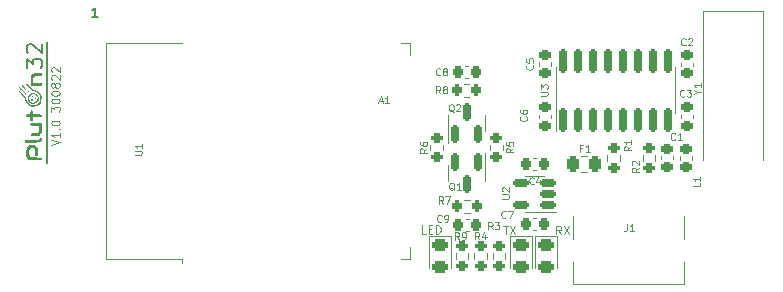
<source format=gto>
G04 #@! TF.GenerationSoftware,KiCad,Pcbnew,(6.0.4)*
G04 #@! TF.CreationDate,2022-08-30T22:22:21+03:00*
G04 #@! TF.ProjectId,Pluton32,506c7574-6f6e-4333-922e-6b696361645f,1.0*
G04 #@! TF.SameCoordinates,Original*
G04 #@! TF.FileFunction,Legend,Top*
G04 #@! TF.FilePolarity,Positive*
%FSLAX46Y46*%
G04 Gerber Fmt 4.6, Leading zero omitted, Abs format (unit mm)*
G04 Created by KiCad (PCBNEW (6.0.4)) date 2022-08-30 22:22:21*
%MOMM*%
%LPD*%
G01*
G04 APERTURE LIST*
G04 Aperture macros list*
%AMRoundRect*
0 Rectangle with rounded corners*
0 $1 Rounding radius*
0 $2 $3 $4 $5 $6 $7 $8 $9 X,Y pos of 4 corners*
0 Add a 4 corners polygon primitive as box body*
4,1,4,$2,$3,$4,$5,$6,$7,$8,$9,$2,$3,0*
0 Add four circle primitives for the rounded corners*
1,1,$1+$1,$2,$3*
1,1,$1+$1,$4,$5*
1,1,$1+$1,$6,$7*
1,1,$1+$1,$8,$9*
0 Add four rect primitives between the rounded corners*
20,1,$1+$1,$2,$3,$4,$5,0*
20,1,$1+$1,$4,$5,$6,$7,0*
20,1,$1+$1,$6,$7,$8,$9,0*
20,1,$1+$1,$8,$9,$2,$3,0*%
G04 Aperture macros list end*
%ADD10C,0.100000*%
%ADD11C,0.200000*%
%ADD12C,0.150000*%
%ADD13C,0.120000*%
%ADD14C,1.200000*%
%ADD15RoundRect,0.150000X0.150000X-0.825000X0.150000X0.825000X-0.150000X0.825000X-0.150000X-0.825000X0*%
%ADD16RoundRect,0.225000X0.250000X-0.225000X0.250000X0.225000X-0.250000X0.225000X-0.250000X-0.225000X0*%
%ADD17RoundRect,0.150000X0.512500X0.150000X-0.512500X0.150000X-0.512500X-0.150000X0.512500X-0.150000X0*%
%ADD18RoundRect,0.200000X0.200000X0.275000X-0.200000X0.275000X-0.200000X-0.275000X0.200000X-0.275000X0*%
%ADD19R,2.000000X4.500000*%
%ADD20RoundRect,0.150000X-0.150000X0.587500X-0.150000X-0.587500X0.150000X-0.587500X0.150000X0.587500X0*%
%ADD21RoundRect,0.225000X0.225000X0.250000X-0.225000X0.250000X-0.225000X-0.250000X0.225000X-0.250000X0*%
%ADD22RoundRect,0.200000X0.275000X-0.200000X0.275000X0.200000X-0.275000X0.200000X-0.275000X-0.200000X0*%
%ADD23C,0.650000*%
%ADD24R,0.600000X1.450000*%
%ADD25R,0.300000X1.450000*%
%ADD26O,1.000000X1.600000*%
%ADD27O,1.000000X2.100000*%
%ADD28R,0.900000X2.000000*%
%ADD29R,2.000000X0.900000*%
%ADD30R,5.000000X5.000000*%
%ADD31RoundRect,0.150000X0.150000X-0.587500X0.150000X0.587500X-0.150000X0.587500X-0.150000X-0.587500X0*%
%ADD32RoundRect,0.200000X-0.275000X0.200000X-0.275000X-0.200000X0.275000X-0.200000X0.275000X0.200000X0*%
%ADD33RoundRect,0.243750X0.243750X0.456250X-0.243750X0.456250X-0.243750X-0.456250X0.243750X-0.456250X0*%
%ADD34RoundRect,0.218750X0.256250X-0.218750X0.256250X0.218750X-0.256250X0.218750X-0.256250X-0.218750X0*%
%ADD35C,3.200000*%
%ADD36R,1.508000X1.508000*%
%ADD37C,1.508000*%
%ADD38RoundRect,0.225000X-0.250000X0.225000X-0.250000X-0.225000X0.250000X-0.225000X0.250000X0.225000X0*%
%ADD39RoundRect,0.225000X-0.225000X-0.250000X0.225000X-0.250000X0.225000X0.250000X-0.225000X0.250000X0*%
%ADD40RoundRect,0.243750X-0.456250X0.243750X-0.456250X-0.243750X0.456250X-0.243750X0.456250X0.243750X0*%
%ADD41RoundRect,0.200000X-0.200000X-0.275000X0.200000X-0.275000X0.200000X0.275000X-0.200000X0.275000X0*%
G04 APERTURE END LIST*
D10*
X119616666Y-100833333D02*
X120316666Y-100600000D01*
X119616666Y-100366666D01*
X120316666Y-99766666D02*
X120316666Y-100166666D01*
X120316666Y-99966666D02*
X119616666Y-99966666D01*
X119716666Y-100033333D01*
X119783333Y-100100000D01*
X119816666Y-100166666D01*
X120250000Y-99466666D02*
X120283333Y-99433333D01*
X120316666Y-99466666D01*
X120283333Y-99500000D01*
X120250000Y-99466666D01*
X120316666Y-99466666D01*
X119616666Y-99000000D02*
X119616666Y-98933333D01*
X119650000Y-98866666D01*
X119683333Y-98833333D01*
X119750000Y-98800000D01*
X119883333Y-98766666D01*
X120050000Y-98766666D01*
X120183333Y-98800000D01*
X120250000Y-98833333D01*
X120283333Y-98866666D01*
X120316666Y-98933333D01*
X120316666Y-99000000D01*
X120283333Y-99066666D01*
X120250000Y-99100000D01*
X120183333Y-99133333D01*
X120050000Y-99166666D01*
X119883333Y-99166666D01*
X119750000Y-99133333D01*
X119683333Y-99100000D01*
X119650000Y-99066666D01*
X119616666Y-99000000D01*
X119616666Y-98000000D02*
X119616666Y-97566666D01*
X119883333Y-97800000D01*
X119883333Y-97700000D01*
X119916666Y-97633333D01*
X119950000Y-97600000D01*
X120016666Y-97566666D01*
X120183333Y-97566666D01*
X120250000Y-97600000D01*
X120283333Y-97633333D01*
X120316666Y-97700000D01*
X120316666Y-97900000D01*
X120283333Y-97966666D01*
X120250000Y-98000000D01*
X119616666Y-97133333D02*
X119616666Y-97066666D01*
X119650000Y-97000000D01*
X119683333Y-96966666D01*
X119750000Y-96933333D01*
X119883333Y-96900000D01*
X120050000Y-96900000D01*
X120183333Y-96933333D01*
X120250000Y-96966666D01*
X120283333Y-97000000D01*
X120316666Y-97066666D01*
X120316666Y-97133333D01*
X120283333Y-97200000D01*
X120250000Y-97233333D01*
X120183333Y-97266666D01*
X120050000Y-97300000D01*
X119883333Y-97300000D01*
X119750000Y-97266666D01*
X119683333Y-97233333D01*
X119650000Y-97200000D01*
X119616666Y-97133333D01*
X119616666Y-96466666D02*
X119616666Y-96400000D01*
X119650000Y-96333333D01*
X119683333Y-96300000D01*
X119750000Y-96266666D01*
X119883333Y-96233333D01*
X120050000Y-96233333D01*
X120183333Y-96266666D01*
X120250000Y-96300000D01*
X120283333Y-96333333D01*
X120316666Y-96400000D01*
X120316666Y-96466666D01*
X120283333Y-96533333D01*
X120250000Y-96566666D01*
X120183333Y-96600000D01*
X120050000Y-96633333D01*
X119883333Y-96633333D01*
X119750000Y-96600000D01*
X119683333Y-96566666D01*
X119650000Y-96533333D01*
X119616666Y-96466666D01*
X119916666Y-95833333D02*
X119883333Y-95900000D01*
X119850000Y-95933333D01*
X119783333Y-95966666D01*
X119750000Y-95966666D01*
X119683333Y-95933333D01*
X119650000Y-95900000D01*
X119616666Y-95833333D01*
X119616666Y-95700000D01*
X119650000Y-95633333D01*
X119683333Y-95600000D01*
X119750000Y-95566666D01*
X119783333Y-95566666D01*
X119850000Y-95600000D01*
X119883333Y-95633333D01*
X119916666Y-95700000D01*
X119916666Y-95833333D01*
X119950000Y-95900000D01*
X119983333Y-95933333D01*
X120050000Y-95966666D01*
X120183333Y-95966666D01*
X120250000Y-95933333D01*
X120283333Y-95900000D01*
X120316666Y-95833333D01*
X120316666Y-95700000D01*
X120283333Y-95633333D01*
X120250000Y-95600000D01*
X120183333Y-95566666D01*
X120050000Y-95566666D01*
X119983333Y-95600000D01*
X119950000Y-95633333D01*
X119916666Y-95700000D01*
X119683333Y-95300000D02*
X119650000Y-95266666D01*
X119616666Y-95200000D01*
X119616666Y-95033333D01*
X119650000Y-94966666D01*
X119683333Y-94933333D01*
X119750000Y-94900000D01*
X119816666Y-94900000D01*
X119916666Y-94933333D01*
X120316666Y-95333333D01*
X120316666Y-94900000D01*
X119683333Y-94633333D02*
X119650000Y-94600000D01*
X119616666Y-94533333D01*
X119616666Y-94366666D01*
X119650000Y-94300000D01*
X119683333Y-94266666D01*
X119750000Y-94233333D01*
X119816666Y-94233333D01*
X119916666Y-94266666D01*
X120316666Y-94666666D01*
X120316666Y-94233333D01*
D11*
X117528095Y-94307380D02*
X117528095Y-93502619D01*
X118023333Y-93935952D01*
X118023333Y-93750238D01*
X118085238Y-93626428D01*
X118147142Y-93564523D01*
X118270952Y-93502619D01*
X118580476Y-93502619D01*
X118704285Y-93564523D01*
X118766190Y-93626428D01*
X118828095Y-93750238D01*
X118828095Y-94121666D01*
X118766190Y-94245476D01*
X118704285Y-94307380D01*
X117651904Y-93007380D02*
X117590000Y-92945476D01*
X117528095Y-92821666D01*
X117528095Y-92512142D01*
X117590000Y-92388333D01*
X117651904Y-92326428D01*
X117775714Y-92264523D01*
X117899523Y-92264523D01*
X118085238Y-92326428D01*
X118828095Y-93069285D01*
X118828095Y-92264523D01*
X119250000Y-102375000D02*
X119250000Y-92125000D01*
D10*
X162763333Y-108386666D02*
X162530000Y-108053333D01*
X162363333Y-108386666D02*
X162363333Y-107686666D01*
X162630000Y-107686666D01*
X162696666Y-107720000D01*
X162730000Y-107753333D01*
X162763333Y-107820000D01*
X162763333Y-107920000D01*
X162730000Y-107986666D01*
X162696666Y-108020000D01*
X162630000Y-108053333D01*
X162363333Y-108053333D01*
X162996666Y-107686666D02*
X163463333Y-108386666D01*
X163463333Y-107686666D02*
X162996666Y-108386666D01*
X151320000Y-108326666D02*
X150986666Y-108326666D01*
X150986666Y-107626666D01*
X151553333Y-107960000D02*
X151786666Y-107960000D01*
X151886666Y-108326666D02*
X151553333Y-108326666D01*
X151553333Y-107626666D01*
X151886666Y-107626666D01*
X152186666Y-108326666D02*
X152186666Y-107626666D01*
X152353333Y-107626666D01*
X152453333Y-107660000D01*
X152520000Y-107726666D01*
X152553333Y-107793333D01*
X152586666Y-107926666D01*
X152586666Y-108026666D01*
X152553333Y-108160000D01*
X152520000Y-108226666D01*
X152453333Y-108293333D01*
X152353333Y-108326666D01*
X152186666Y-108326666D01*
X157876666Y-107656666D02*
X158276666Y-107656666D01*
X158076666Y-108356666D02*
X158076666Y-107656666D01*
X158443333Y-107656666D02*
X158910000Y-108356666D01*
X158910000Y-107656666D02*
X158443333Y-108356666D01*
X161051428Y-96637142D02*
X161537142Y-96637142D01*
X161594285Y-96608571D01*
X161622857Y-96580000D01*
X161651428Y-96522857D01*
X161651428Y-96408571D01*
X161622857Y-96351428D01*
X161594285Y-96322857D01*
X161537142Y-96294285D01*
X161051428Y-96294285D01*
X161051428Y-96065714D02*
X161051428Y-95694285D01*
X161280000Y-95894285D01*
X161280000Y-95808571D01*
X161308571Y-95751428D01*
X161337142Y-95722857D01*
X161394285Y-95694285D01*
X161537142Y-95694285D01*
X161594285Y-95722857D01*
X161622857Y-95751428D01*
X161651428Y-95808571D01*
X161651428Y-95980000D01*
X161622857Y-96037142D01*
X161594285Y-96065714D01*
X173310000Y-92334285D02*
X173281428Y-92362857D01*
X173195714Y-92391428D01*
X173138571Y-92391428D01*
X173052857Y-92362857D01*
X172995714Y-92305714D01*
X172967142Y-92248571D01*
X172938571Y-92134285D01*
X172938571Y-92048571D01*
X172967142Y-91934285D01*
X172995714Y-91877142D01*
X173052857Y-91820000D01*
X173138571Y-91791428D01*
X173195714Y-91791428D01*
X173281428Y-91820000D01*
X173310000Y-91848571D01*
X173538571Y-91848571D02*
X173567142Y-91820000D01*
X173624285Y-91791428D01*
X173767142Y-91791428D01*
X173824285Y-91820000D01*
X173852857Y-91848571D01*
X173881428Y-91905714D01*
X173881428Y-91962857D01*
X173852857Y-92048571D01*
X173510000Y-92391428D01*
X173881428Y-92391428D01*
X157781428Y-105357142D02*
X158267142Y-105357142D01*
X158324285Y-105328571D01*
X158352857Y-105300000D01*
X158381428Y-105242857D01*
X158381428Y-105128571D01*
X158352857Y-105071428D01*
X158324285Y-105042857D01*
X158267142Y-105014285D01*
X157781428Y-105014285D01*
X157838571Y-104757142D02*
X157810000Y-104728571D01*
X157781428Y-104671428D01*
X157781428Y-104528571D01*
X157810000Y-104471428D01*
X157838571Y-104442857D01*
X157895714Y-104414285D01*
X157952857Y-104414285D01*
X158038571Y-104442857D01*
X158381428Y-104785714D01*
X158381428Y-104414285D01*
X152560000Y-96451428D02*
X152360000Y-96165714D01*
X152217142Y-96451428D02*
X152217142Y-95851428D01*
X152445714Y-95851428D01*
X152502857Y-95880000D01*
X152531428Y-95908571D01*
X152560000Y-95965714D01*
X152560000Y-96051428D01*
X152531428Y-96108571D01*
X152502857Y-96137142D01*
X152445714Y-96165714D01*
X152217142Y-96165714D01*
X152902857Y-96108571D02*
X152845714Y-96080000D01*
X152817142Y-96051428D01*
X152788571Y-95994285D01*
X152788571Y-95965714D01*
X152817142Y-95908571D01*
X152845714Y-95880000D01*
X152902857Y-95851428D01*
X153017142Y-95851428D01*
X153074285Y-95880000D01*
X153102857Y-95908571D01*
X153131428Y-95965714D01*
X153131428Y-95994285D01*
X153102857Y-96051428D01*
X153074285Y-96080000D01*
X153017142Y-96108571D01*
X152902857Y-96108571D01*
X152845714Y-96137142D01*
X152817142Y-96165714D01*
X152788571Y-96222857D01*
X152788571Y-96337142D01*
X152817142Y-96394285D01*
X152845714Y-96422857D01*
X152902857Y-96451428D01*
X153017142Y-96451428D01*
X153074285Y-96422857D01*
X153102857Y-96394285D01*
X153131428Y-96337142D01*
X153131428Y-96222857D01*
X153102857Y-96165714D01*
X153074285Y-96137142D01*
X153017142Y-96108571D01*
X172410000Y-100354285D02*
X172381428Y-100382857D01*
X172295714Y-100411428D01*
X172238571Y-100411428D01*
X172152857Y-100382857D01*
X172095714Y-100325714D01*
X172067142Y-100268571D01*
X172038571Y-100154285D01*
X172038571Y-100068571D01*
X172067142Y-99954285D01*
X172095714Y-99897142D01*
X172152857Y-99840000D01*
X172238571Y-99811428D01*
X172295714Y-99811428D01*
X172381428Y-99840000D01*
X172410000Y-99868571D01*
X172981428Y-100411428D02*
X172638571Y-100411428D01*
X172810000Y-100411428D02*
X172810000Y-99811428D01*
X172752857Y-99897142D01*
X172695714Y-99954285D01*
X172638571Y-99982857D01*
X174315714Y-96325714D02*
X174601428Y-96325714D01*
X174001428Y-96525714D02*
X174315714Y-96325714D01*
X174001428Y-96125714D01*
X174601428Y-95611428D02*
X174601428Y-95954285D01*
X174601428Y-95782857D02*
X174001428Y-95782857D01*
X174087142Y-95840000D01*
X174144285Y-95897142D01*
X174172857Y-95954285D01*
X153742857Y-104668571D02*
X153685714Y-104640000D01*
X153628571Y-104582857D01*
X153542857Y-104497142D01*
X153485714Y-104468571D01*
X153428571Y-104468571D01*
X153457142Y-104611428D02*
X153400000Y-104582857D01*
X153342857Y-104525714D01*
X153314285Y-104411428D01*
X153314285Y-104211428D01*
X153342857Y-104097142D01*
X153400000Y-104040000D01*
X153457142Y-104011428D01*
X153571428Y-104011428D01*
X153628571Y-104040000D01*
X153685714Y-104097142D01*
X153714285Y-104211428D01*
X153714285Y-104411428D01*
X153685714Y-104525714D01*
X153628571Y-104582857D01*
X153571428Y-104611428D01*
X153457142Y-104611428D01*
X154285714Y-104611428D02*
X153942857Y-104611428D01*
X154114285Y-104611428D02*
X154114285Y-104011428D01*
X154057142Y-104097142D01*
X154000000Y-104154285D01*
X153942857Y-104182857D01*
X160450000Y-104094285D02*
X160421428Y-104122857D01*
X160335714Y-104151428D01*
X160278571Y-104151428D01*
X160192857Y-104122857D01*
X160135714Y-104065714D01*
X160107142Y-104008571D01*
X160078571Y-103894285D01*
X160078571Y-103808571D01*
X160107142Y-103694285D01*
X160135714Y-103637142D01*
X160192857Y-103580000D01*
X160278571Y-103551428D01*
X160335714Y-103551428D01*
X160421428Y-103580000D01*
X160450000Y-103608571D01*
X160964285Y-103751428D02*
X160964285Y-104151428D01*
X160821428Y-103522857D02*
X160678571Y-103951428D01*
X161050000Y-103951428D01*
X151431428Y-101120000D02*
X151145714Y-101320000D01*
X151431428Y-101462857D02*
X150831428Y-101462857D01*
X150831428Y-101234285D01*
X150860000Y-101177142D01*
X150888571Y-101148571D01*
X150945714Y-101120000D01*
X151031428Y-101120000D01*
X151088571Y-101148571D01*
X151117142Y-101177142D01*
X151145714Y-101234285D01*
X151145714Y-101462857D01*
X150831428Y-100605714D02*
X150831428Y-100720000D01*
X150860000Y-100777142D01*
X150888571Y-100805714D01*
X150974285Y-100862857D01*
X151088571Y-100891428D01*
X151317142Y-100891428D01*
X151374285Y-100862857D01*
X151402857Y-100834285D01*
X151431428Y-100777142D01*
X151431428Y-100662857D01*
X151402857Y-100605714D01*
X151374285Y-100577142D01*
X151317142Y-100548571D01*
X151174285Y-100548571D01*
X151117142Y-100577142D01*
X151088571Y-100605714D01*
X151060000Y-100662857D01*
X151060000Y-100777142D01*
X151088571Y-100834285D01*
X151117142Y-100862857D01*
X151174285Y-100891428D01*
X168360000Y-107511428D02*
X168360000Y-107940000D01*
X168331428Y-108025714D01*
X168274285Y-108082857D01*
X168188571Y-108111428D01*
X168131428Y-108111428D01*
X168960000Y-108111428D02*
X168617142Y-108111428D01*
X168788571Y-108111428D02*
X168788571Y-107511428D01*
X168731428Y-107597142D01*
X168674285Y-107654285D01*
X168617142Y-107682857D01*
X126671428Y-101657142D02*
X127157142Y-101657142D01*
X127214285Y-101628571D01*
X127242857Y-101600000D01*
X127271428Y-101542857D01*
X127271428Y-101428571D01*
X127242857Y-101371428D01*
X127214285Y-101342857D01*
X127157142Y-101314285D01*
X126671428Y-101314285D01*
X127271428Y-100714285D02*
X127271428Y-101057142D01*
X127271428Y-100885714D02*
X126671428Y-100885714D01*
X126757142Y-100942857D01*
X126814285Y-101000000D01*
X126842857Y-101057142D01*
X153702857Y-98028571D02*
X153645714Y-98000000D01*
X153588571Y-97942857D01*
X153502857Y-97857142D01*
X153445714Y-97828571D01*
X153388571Y-97828571D01*
X153417142Y-97971428D02*
X153360000Y-97942857D01*
X153302857Y-97885714D01*
X153274285Y-97771428D01*
X153274285Y-97571428D01*
X153302857Y-97457142D01*
X153360000Y-97400000D01*
X153417142Y-97371428D01*
X153531428Y-97371428D01*
X153588571Y-97400000D01*
X153645714Y-97457142D01*
X153674285Y-97571428D01*
X153674285Y-97771428D01*
X153645714Y-97885714D01*
X153588571Y-97942857D01*
X153531428Y-97971428D01*
X153417142Y-97971428D01*
X153902857Y-97428571D02*
X153931428Y-97400000D01*
X153988571Y-97371428D01*
X154131428Y-97371428D01*
X154188571Y-97400000D01*
X154217142Y-97428571D01*
X154245714Y-97485714D01*
X154245714Y-97542857D01*
X154217142Y-97628571D01*
X153874285Y-97971428D01*
X154245714Y-97971428D01*
X156970000Y-107971428D02*
X156770000Y-107685714D01*
X156627142Y-107971428D02*
X156627142Y-107371428D01*
X156855714Y-107371428D01*
X156912857Y-107400000D01*
X156941428Y-107428571D01*
X156970000Y-107485714D01*
X156970000Y-107571428D01*
X156941428Y-107628571D01*
X156912857Y-107657142D01*
X156855714Y-107685714D01*
X156627142Y-107685714D01*
X157170000Y-107371428D02*
X157541428Y-107371428D01*
X157341428Y-107600000D01*
X157427142Y-107600000D01*
X157484285Y-107628571D01*
X157512857Y-107657142D01*
X157541428Y-107714285D01*
X157541428Y-107857142D01*
X157512857Y-107914285D01*
X157484285Y-107942857D01*
X157427142Y-107971428D01*
X157255714Y-107971428D01*
X157198571Y-107942857D01*
X157170000Y-107914285D01*
X158721428Y-101110000D02*
X158435714Y-101310000D01*
X158721428Y-101452857D02*
X158121428Y-101452857D01*
X158121428Y-101224285D01*
X158150000Y-101167142D01*
X158178571Y-101138571D01*
X158235714Y-101110000D01*
X158321428Y-101110000D01*
X158378571Y-101138571D01*
X158407142Y-101167142D01*
X158435714Y-101224285D01*
X158435714Y-101452857D01*
X158121428Y-100567142D02*
X158121428Y-100852857D01*
X158407142Y-100881428D01*
X158378571Y-100852857D01*
X158350000Y-100795714D01*
X158350000Y-100652857D01*
X158378571Y-100595714D01*
X158407142Y-100567142D01*
X158464285Y-100538571D01*
X158607142Y-100538571D01*
X158664285Y-100567142D01*
X158692857Y-100595714D01*
X158721428Y-100652857D01*
X158721428Y-100795714D01*
X158692857Y-100852857D01*
X158664285Y-100881428D01*
X164570000Y-101087142D02*
X164370000Y-101087142D01*
X164370000Y-101401428D02*
X164370000Y-100801428D01*
X164655714Y-100801428D01*
X165198571Y-101401428D02*
X164855714Y-101401428D01*
X165027142Y-101401428D02*
X165027142Y-100801428D01*
X164970000Y-100887142D01*
X164912857Y-100944285D01*
X164855714Y-100972857D01*
X174561428Y-104030000D02*
X174561428Y-104315714D01*
X173961428Y-104315714D01*
X174561428Y-103515714D02*
X174561428Y-103858571D01*
X174561428Y-103687142D02*
X173961428Y-103687142D01*
X174047142Y-103744285D01*
X174104285Y-103801428D01*
X174132857Y-103858571D01*
X147371428Y-97100000D02*
X147657142Y-97100000D01*
X147314285Y-97271428D02*
X147514285Y-96671428D01*
X147714285Y-97271428D01*
X148228571Y-97271428D02*
X147885714Y-97271428D01*
X148057142Y-97271428D02*
X148057142Y-96671428D01*
X148000000Y-96757142D01*
X147942857Y-96814285D01*
X147885714Y-96842857D01*
D12*
X123556107Y-89994028D02*
X123098492Y-89994028D01*
X123327300Y-89994028D02*
X123327300Y-89193201D01*
X123251030Y-89307605D01*
X123174761Y-89383874D01*
X123098492Y-89422009D01*
D10*
X173200000Y-96684285D02*
X173171428Y-96712857D01*
X173085714Y-96741428D01*
X173028571Y-96741428D01*
X172942857Y-96712857D01*
X172885714Y-96655714D01*
X172857142Y-96598571D01*
X172828571Y-96484285D01*
X172828571Y-96398571D01*
X172857142Y-96284285D01*
X172885714Y-96227142D01*
X172942857Y-96170000D01*
X173028571Y-96141428D01*
X173085714Y-96141428D01*
X173171428Y-96170000D01*
X173200000Y-96198571D01*
X173400000Y-96141428D02*
X173771428Y-96141428D01*
X173571428Y-96370000D01*
X173657142Y-96370000D01*
X173714285Y-96398571D01*
X173742857Y-96427142D01*
X173771428Y-96484285D01*
X173771428Y-96627142D01*
X173742857Y-96684285D01*
X173714285Y-96712857D01*
X173657142Y-96741428D01*
X173485714Y-96741428D01*
X173428571Y-96712857D01*
X173400000Y-96684285D01*
X155860000Y-108821428D02*
X155660000Y-108535714D01*
X155517142Y-108821428D02*
X155517142Y-108221428D01*
X155745714Y-108221428D01*
X155802857Y-108250000D01*
X155831428Y-108278571D01*
X155860000Y-108335714D01*
X155860000Y-108421428D01*
X155831428Y-108478571D01*
X155802857Y-108507142D01*
X155745714Y-108535714D01*
X155517142Y-108535714D01*
X156374285Y-108421428D02*
X156374285Y-108821428D01*
X156231428Y-108192857D02*
X156088571Y-108621428D01*
X156460000Y-108621428D01*
X158080000Y-106934285D02*
X158051428Y-106962857D01*
X157965714Y-106991428D01*
X157908571Y-106991428D01*
X157822857Y-106962857D01*
X157765714Y-106905714D01*
X157737142Y-106848571D01*
X157708571Y-106734285D01*
X157708571Y-106648571D01*
X157737142Y-106534285D01*
X157765714Y-106477142D01*
X157822857Y-106420000D01*
X157908571Y-106391428D01*
X157965714Y-106391428D01*
X158051428Y-106420000D01*
X158080000Y-106448571D01*
X158280000Y-106391428D02*
X158680000Y-106391428D01*
X158422857Y-106991428D01*
X169361428Y-102750000D02*
X169075714Y-102950000D01*
X169361428Y-103092857D02*
X168761428Y-103092857D01*
X168761428Y-102864285D01*
X168790000Y-102807142D01*
X168818571Y-102778571D01*
X168875714Y-102750000D01*
X168961428Y-102750000D01*
X169018571Y-102778571D01*
X169047142Y-102807142D01*
X169075714Y-102864285D01*
X169075714Y-103092857D01*
X168818571Y-102521428D02*
X168790000Y-102492857D01*
X168761428Y-102435714D01*
X168761428Y-102292857D01*
X168790000Y-102235714D01*
X168818571Y-102207142D01*
X168875714Y-102178571D01*
X168932857Y-102178571D01*
X169018571Y-102207142D01*
X169361428Y-102550000D01*
X169361428Y-102178571D01*
X152550000Y-94864285D02*
X152521428Y-94892857D01*
X152435714Y-94921428D01*
X152378571Y-94921428D01*
X152292857Y-94892857D01*
X152235714Y-94835714D01*
X152207142Y-94778571D01*
X152178571Y-94664285D01*
X152178571Y-94578571D01*
X152207142Y-94464285D01*
X152235714Y-94407142D01*
X152292857Y-94350000D01*
X152378571Y-94321428D01*
X152435714Y-94321428D01*
X152521428Y-94350000D01*
X152550000Y-94378571D01*
X152892857Y-94578571D02*
X152835714Y-94550000D01*
X152807142Y-94521428D01*
X152778571Y-94464285D01*
X152778571Y-94435714D01*
X152807142Y-94378571D01*
X152835714Y-94350000D01*
X152892857Y-94321428D01*
X153007142Y-94321428D01*
X153064285Y-94350000D01*
X153092857Y-94378571D01*
X153121428Y-94435714D01*
X153121428Y-94464285D01*
X153092857Y-94521428D01*
X153064285Y-94550000D01*
X153007142Y-94578571D01*
X152892857Y-94578571D01*
X152835714Y-94607142D01*
X152807142Y-94635714D01*
X152778571Y-94692857D01*
X152778571Y-94807142D01*
X152807142Y-94864285D01*
X152835714Y-94892857D01*
X152892857Y-94921428D01*
X153007142Y-94921428D01*
X153064285Y-94892857D01*
X153092857Y-94864285D01*
X153121428Y-94807142D01*
X153121428Y-94692857D01*
X153092857Y-94635714D01*
X153064285Y-94607142D01*
X153007142Y-94578571D01*
X152650000Y-107294285D02*
X152621428Y-107322857D01*
X152535714Y-107351428D01*
X152478571Y-107351428D01*
X152392857Y-107322857D01*
X152335714Y-107265714D01*
X152307142Y-107208571D01*
X152278571Y-107094285D01*
X152278571Y-107008571D01*
X152307142Y-106894285D01*
X152335714Y-106837142D01*
X152392857Y-106780000D01*
X152478571Y-106751428D01*
X152535714Y-106751428D01*
X152621428Y-106780000D01*
X152650000Y-106808571D01*
X152935714Y-107351428D02*
X153050000Y-107351428D01*
X153107142Y-107322857D01*
X153135714Y-107294285D01*
X153192857Y-107208571D01*
X153221428Y-107094285D01*
X153221428Y-106865714D01*
X153192857Y-106808571D01*
X153164285Y-106780000D01*
X153107142Y-106751428D01*
X152992857Y-106751428D01*
X152935714Y-106780000D01*
X152907142Y-106808571D01*
X152878571Y-106865714D01*
X152878571Y-107008571D01*
X152907142Y-107065714D01*
X152935714Y-107094285D01*
X152992857Y-107122857D01*
X153107142Y-107122857D01*
X153164285Y-107094285D01*
X153192857Y-107065714D01*
X153221428Y-107008571D01*
X159844285Y-98410000D02*
X159872857Y-98438571D01*
X159901428Y-98524285D01*
X159901428Y-98581428D01*
X159872857Y-98667142D01*
X159815714Y-98724285D01*
X159758571Y-98752857D01*
X159644285Y-98781428D01*
X159558571Y-98781428D01*
X159444285Y-98752857D01*
X159387142Y-98724285D01*
X159330000Y-98667142D01*
X159301428Y-98581428D01*
X159301428Y-98524285D01*
X159330000Y-98438571D01*
X159358571Y-98410000D01*
X159301428Y-97895714D02*
X159301428Y-98010000D01*
X159330000Y-98067142D01*
X159358571Y-98095714D01*
X159444285Y-98152857D01*
X159558571Y-98181428D01*
X159787142Y-98181428D01*
X159844285Y-98152857D01*
X159872857Y-98124285D01*
X159901428Y-98067142D01*
X159901428Y-97952857D01*
X159872857Y-97895714D01*
X159844285Y-97867142D01*
X159787142Y-97838571D01*
X159644285Y-97838571D01*
X159587142Y-97867142D01*
X159558571Y-97895714D01*
X159530000Y-97952857D01*
X159530000Y-98067142D01*
X159558571Y-98124285D01*
X159587142Y-98152857D01*
X159644285Y-98181428D01*
X168691428Y-100940000D02*
X168405714Y-101140000D01*
X168691428Y-101282857D02*
X168091428Y-101282857D01*
X168091428Y-101054285D01*
X168120000Y-100997142D01*
X168148571Y-100968571D01*
X168205714Y-100940000D01*
X168291428Y-100940000D01*
X168348571Y-100968571D01*
X168377142Y-100997142D01*
X168405714Y-101054285D01*
X168405714Y-101282857D01*
X168691428Y-100368571D02*
X168691428Y-100711428D01*
X168691428Y-100540000D02*
X168091428Y-100540000D01*
X168177142Y-100597142D01*
X168234285Y-100654285D01*
X168262857Y-100711428D01*
X152770000Y-105781428D02*
X152570000Y-105495714D01*
X152427142Y-105781428D02*
X152427142Y-105181428D01*
X152655714Y-105181428D01*
X152712857Y-105210000D01*
X152741428Y-105238571D01*
X152770000Y-105295714D01*
X152770000Y-105381428D01*
X152741428Y-105438571D01*
X152712857Y-105467142D01*
X152655714Y-105495714D01*
X152427142Y-105495714D01*
X152970000Y-105181428D02*
X153370000Y-105181428D01*
X153112857Y-105781428D01*
X154140000Y-108831428D02*
X153940000Y-108545714D01*
X153797142Y-108831428D02*
X153797142Y-108231428D01*
X154025714Y-108231428D01*
X154082857Y-108260000D01*
X154111428Y-108288571D01*
X154140000Y-108345714D01*
X154140000Y-108431428D01*
X154111428Y-108488571D01*
X154082857Y-108517142D01*
X154025714Y-108545714D01*
X153797142Y-108545714D01*
X154425714Y-108831428D02*
X154540000Y-108831428D01*
X154597142Y-108802857D01*
X154625714Y-108774285D01*
X154682857Y-108688571D01*
X154711428Y-108574285D01*
X154711428Y-108345714D01*
X154682857Y-108288571D01*
X154654285Y-108260000D01*
X154597142Y-108231428D01*
X154482857Y-108231428D01*
X154425714Y-108260000D01*
X154397142Y-108288571D01*
X154368571Y-108345714D01*
X154368571Y-108488571D01*
X154397142Y-108545714D01*
X154425714Y-108574285D01*
X154482857Y-108602857D01*
X154597142Y-108602857D01*
X154654285Y-108574285D01*
X154682857Y-108545714D01*
X154711428Y-108488571D01*
X160354285Y-94070000D02*
X160382857Y-94098571D01*
X160411428Y-94184285D01*
X160411428Y-94241428D01*
X160382857Y-94327142D01*
X160325714Y-94384285D01*
X160268571Y-94412857D01*
X160154285Y-94441428D01*
X160068571Y-94441428D01*
X159954285Y-94412857D01*
X159897142Y-94384285D01*
X159840000Y-94327142D01*
X159811428Y-94241428D01*
X159811428Y-94184285D01*
X159840000Y-94098571D01*
X159868571Y-94070000D01*
X159811428Y-93527142D02*
X159811428Y-93812857D01*
X160097142Y-93841428D01*
X160068571Y-93812857D01*
X160040000Y-93755714D01*
X160040000Y-93612857D01*
X160068571Y-93555714D01*
X160097142Y-93527142D01*
X160154285Y-93498571D01*
X160297142Y-93498571D01*
X160354285Y-93527142D01*
X160382857Y-93555714D01*
X160411428Y-93612857D01*
X160411428Y-93755714D01*
X160382857Y-93812857D01*
X160354285Y-93841428D01*
G36*
X118534661Y-98943598D02*
G01*
X118706144Y-98964169D01*
X118791437Y-98996477D01*
X118791459Y-98996499D01*
X118821848Y-99076788D01*
X118840196Y-99223398D01*
X118845374Y-99403052D01*
X118836257Y-99582471D01*
X118815716Y-99712909D01*
X118764298Y-99822978D01*
X118687548Y-99925828D01*
X118618539Y-99985780D01*
X118531070Y-100020033D01*
X118396867Y-100035354D01*
X118216612Y-100038550D01*
X118027197Y-100036074D01*
X117916945Y-100024827D01*
X117864868Y-99999077D01*
X117849978Y-99953095D01*
X117849605Y-99938353D01*
X117860703Y-99882127D01*
X117909350Y-99851893D01*
X118018575Y-99839882D01*
X118146619Y-99838156D01*
X118364358Y-99824135D01*
X118501345Y-99772137D01*
X118574330Y-99667257D01*
X118600064Y-99494589D01*
X118601085Y-99433788D01*
X118601085Y-99186874D01*
X118225345Y-99186874D01*
X118034228Y-99185313D01*
X117922200Y-99175940D01*
X117868155Y-99151720D01*
X117850987Y-99105618D01*
X117849605Y-99061627D01*
X117853319Y-99001805D01*
X117877459Y-98964909D01*
X117941522Y-98945400D01*
X118065009Y-98937737D01*
X118267416Y-98936383D01*
X118290473Y-98936381D01*
X118534661Y-98943598D01*
G37*
G36*
X118050000Y-96656894D02*
G01*
X118097793Y-96701913D01*
X118100098Y-96709949D01*
X118061338Y-96731467D01*
X118050000Y-96732042D01*
X118001826Y-96693528D01*
X117999901Y-96678986D01*
X118030594Y-96649066D01*
X118050000Y-96656894D01*
G37*
G36*
X118056516Y-96916017D02*
G01*
X118099982Y-96978628D01*
X118100098Y-96982535D01*
X118059890Y-97044396D01*
X118021583Y-97065907D01*
X117928976Y-97068022D01*
X117868901Y-97018199D01*
X117870297Y-96946414D01*
X117886317Y-96925784D01*
X117968706Y-96893999D01*
X118056516Y-96916017D01*
G37*
G36*
X117581240Y-95662125D02*
G01*
X117682583Y-95747733D01*
X117816440Y-95869963D01*
X117853881Y-95905414D01*
X118037832Y-96067013D01*
X118177499Y-96155844D01*
X118279482Y-96180957D01*
X118412427Y-96219591D01*
X118566880Y-96340904D01*
X118608842Y-96383461D01*
X118722764Y-96513990D01*
X118780132Y-96623588D01*
X118799690Y-96757427D01*
X118801149Y-96846873D01*
X118768195Y-97111153D01*
X118703443Y-97255502D01*
X118531653Y-97434570D01*
X118313282Y-97543269D01*
X118074275Y-97575309D01*
X117840577Y-97524404D01*
X117761475Y-97483791D01*
X117611134Y-97358964D01*
X117486226Y-97196848D01*
X117410711Y-97032349D01*
X117398905Y-96955602D01*
X117364683Y-96870708D01*
X117275103Y-96745892D01*
X117149484Y-96608037D01*
X117148225Y-96606795D01*
X117023047Y-96473333D01*
X116933236Y-96358185D01*
X116897759Y-96285743D01*
X116897732Y-96284605D01*
X116929667Y-96281618D01*
X117015913Y-96341024D01*
X117142131Y-96452234D01*
X117198323Y-96506598D01*
X117342782Y-96661335D01*
X117447765Y-96796976D01*
X117497253Y-96892256D01*
X117499102Y-96905818D01*
X117541091Y-97066823D01*
X117648989Y-97232239D01*
X117796509Y-97367248D01*
X117883850Y-97415444D01*
X118116306Y-97468893D01*
X118327769Y-97424843D01*
X118521329Y-97282522D01*
X118552753Y-97248410D01*
X118649025Y-97126795D01*
X118691166Y-97022111D01*
X118694291Y-96885970D01*
X118688263Y-96814575D01*
X118657150Y-96635977D01*
X118591846Y-96510280D01*
X118506534Y-96421901D01*
X118333734Y-96310998D01*
X118196506Y-96281154D01*
X118086231Y-96259636D01*
X117960634Y-96186439D01*
X117798334Y-96048596D01*
X117771459Y-96023394D01*
X117617844Y-95865340D01*
X117522910Y-95740171D01*
X117492958Y-95658240D01*
X117531959Y-95629872D01*
X117581240Y-95662125D01*
G37*
G36*
X117065551Y-95660168D02*
G01*
X117163327Y-95730716D01*
X117274522Y-95831297D01*
X117420694Y-95983687D01*
X117490351Y-96080153D01*
X117486553Y-96125659D01*
X117459247Y-96130858D01*
X117399742Y-96097866D01*
X117305633Y-96014534D01*
X117198466Y-95904331D01*
X117099788Y-95790727D01*
X117031145Y-95697190D01*
X117014083Y-95647189D01*
X117014628Y-95646571D01*
X117065551Y-95660168D01*
G37*
G36*
X118820893Y-100208591D02*
G01*
X118843730Y-100278306D01*
X118805130Y-100413717D01*
X118799648Y-100427543D01*
X118744703Y-100512829D01*
X118649712Y-100573061D01*
X118500099Y-100611865D01*
X118281288Y-100632867D01*
X117978704Y-100639691D01*
X117946541Y-100639734D01*
X117398718Y-100639734D01*
X117398718Y-100389241D01*
X117979542Y-100389241D01*
X118229313Y-100388018D01*
X118396571Y-100382407D01*
X118498987Y-100369489D01*
X118554236Y-100346348D01*
X118579990Y-100310066D01*
X118586569Y-100289043D01*
X118653587Y-100204872D01*
X118732174Y-100188846D01*
X118820893Y-100208591D01*
G37*
G36*
X117217413Y-96208815D02*
G01*
X117312413Y-96276070D01*
X117374419Y-96331980D01*
X117502312Y-96469169D01*
X117547914Y-96552745D01*
X117510697Y-96581729D01*
X117508743Y-96581746D01*
X117447332Y-96548880D01*
X117357988Y-96468126D01*
X117264669Y-96366246D01*
X117191331Y-96270005D01*
X117161932Y-96206167D01*
X117164924Y-96197656D01*
X117217413Y-96208815D01*
G37*
G36*
X118325946Y-96843486D02*
G01*
X118334358Y-96903518D01*
X118279619Y-96932436D01*
X118210605Y-96892099D01*
X118200296Y-96853113D01*
X118229425Y-96794684D01*
X118259788Y-96793621D01*
X118325946Y-96843486D01*
G37*
G36*
X117798749Y-97242058D02*
G01*
X117674922Y-97109856D01*
X117623301Y-96978615D01*
X117621376Y-96848531D01*
X117711982Y-96848531D01*
X117721380Y-96921172D01*
X117799954Y-97088525D01*
X117925351Y-97190683D01*
X118074467Y-97229554D01*
X118224198Y-97207047D01*
X118351441Y-97125070D01*
X118433092Y-96985530D01*
X118450789Y-96860924D01*
X118419168Y-96700631D01*
X118318786Y-96585382D01*
X118165837Y-96498176D01*
X118026871Y-96500654D01*
X117880777Y-96594920D01*
X117840637Y-96633105D01*
X117742252Y-96749502D01*
X117711982Y-96848531D01*
X117621376Y-96848531D01*
X117620238Y-96771593D01*
X117694257Y-96598032D01*
X117825428Y-96470201D01*
X117993823Y-96400369D01*
X118179513Y-96400804D01*
X118362571Y-96483775D01*
X118390901Y-96506048D01*
X118522474Y-96658475D01*
X118566700Y-96833104D01*
X118540794Y-97017867D01*
X118454491Y-97184091D01*
X118313586Y-97288614D01*
X118141629Y-97332445D01*
X118074467Y-97326512D01*
X117962167Y-97316591D01*
X117798749Y-97242058D01*
G37*
G36*
X116970203Y-95949211D02*
G01*
X117044036Y-95999638D01*
X117094013Y-96066559D01*
X117098126Y-96086894D01*
X117060730Y-96130365D01*
X117054162Y-96130858D01*
X116988806Y-96098018D01*
X116929387Y-96027443D01*
X116907788Y-95961048D01*
X116914431Y-95947163D01*
X116970203Y-95949211D01*
G37*
G36*
X117697384Y-96269569D02*
G01*
X117699310Y-96284111D01*
X117668617Y-96314031D01*
X117649211Y-96306203D01*
X117601418Y-96261184D01*
X117599112Y-96253148D01*
X117637873Y-96231630D01*
X117649211Y-96231055D01*
X117697384Y-96269569D01*
G37*
G36*
X118222342Y-100824341D02*
G01*
X118325313Y-100907640D01*
X118348199Y-100930226D01*
X118429043Y-101019365D01*
X118474896Y-101105269D01*
X118495555Y-101220487D01*
X118500819Y-101397567D01*
X118500887Y-101437458D01*
X118499093Y-101621907D01*
X118488596Y-101727880D01*
X118461723Y-101777095D01*
X118410805Y-101791269D01*
X118375641Y-101792002D01*
X118309816Y-101786734D01*
X118272350Y-101756264D01*
X118255265Y-101678594D01*
X118250582Y-101531725D01*
X118250394Y-101446672D01*
X118244094Y-101245191D01*
X118216302Y-101123772D01*
X118153685Y-101062615D01*
X118042907Y-101041916D01*
X117976889Y-101040523D01*
X117863795Y-101062910D01*
X117794020Y-101139502D01*
X117761210Y-101284445D01*
X117759014Y-101511883D01*
X117759541Y-101524475D01*
X117774457Y-101867150D01*
X118313018Y-101881370D01*
X118551313Y-101889023D01*
X118706853Y-101899341D01*
X118797075Y-101915973D01*
X118839417Y-101942569D01*
X118851314Y-101982779D01*
X118851578Y-101994091D01*
X118845305Y-102035724D01*
X118815424Y-102063634D01*
X118745337Y-102080546D01*
X118618448Y-102089183D01*
X118418160Y-102092271D01*
X118251549Y-102092594D01*
X117997471Y-102091716D01*
X117824511Y-102086759D01*
X117713592Y-102074234D01*
X117645636Y-102050657D01*
X117601567Y-102012538D01*
X117569884Y-101968000D01*
X117526203Y-101872101D01*
X117504878Y-101737953D01*
X117502818Y-101539989D01*
X117506428Y-101443033D01*
X117530781Y-101182393D01*
X117583867Y-101003989D01*
X117677588Y-100891283D01*
X117823847Y-100827738D01*
X117966848Y-100803312D01*
X118119125Y-100794980D01*
X118222342Y-100824341D01*
G37*
G36*
X118015355Y-97851016D02*
G01*
X118044327Y-97918938D01*
X118050000Y-98034606D01*
X118050000Y-98235000D01*
X118450789Y-98235000D01*
X118649564Y-98236335D01*
X118768586Y-98244598D01*
X118828299Y-98266178D01*
X118849146Y-98307463D01*
X118851578Y-98360247D01*
X118847307Y-98422364D01*
X118820865Y-98459558D01*
X118751809Y-98478219D01*
X118619697Y-98484733D01*
X118450789Y-98485493D01*
X118050000Y-98485493D01*
X118050000Y-98635789D01*
X118034254Y-98745801D01*
X117975667Y-98784534D01*
X117949803Y-98786085D01*
X117876461Y-98762466D01*
X117850639Y-98674586D01*
X117849605Y-98635789D01*
X117839831Y-98534811D01*
X117790251Y-98493394D01*
X117674260Y-98485493D01*
X117555681Y-98476136D01*
X117507137Y-98434026D01*
X117498915Y-98360247D01*
X117512016Y-98275548D01*
X117570969Y-98240873D01*
X117674260Y-98235000D01*
X117786528Y-98228933D01*
X117836420Y-98191475D01*
X117849213Y-98093737D01*
X117849605Y-98034606D01*
X117858008Y-97903500D01*
X117891969Y-97845557D01*
X117949803Y-97834211D01*
X118015355Y-97851016D01*
G37*
G36*
X118665384Y-94729635D02*
G01*
X118778055Y-94738898D01*
X118832617Y-94762857D01*
X118850114Y-94808486D01*
X118851578Y-94853343D01*
X118846385Y-94918905D01*
X118816214Y-94956360D01*
X118739178Y-94973565D01*
X118593390Y-94978375D01*
X118502650Y-94978590D01*
X118287232Y-94988020D01*
X118152738Y-95027061D01*
X118080804Y-95111837D01*
X118053070Y-95258473D01*
X118050000Y-95376085D01*
X118050000Y-95579773D01*
X118450789Y-95579773D01*
X118649550Y-95581063D01*
X118768563Y-95589255D01*
X118828273Y-95610830D01*
X118849128Y-95652272D01*
X118851578Y-95706834D01*
X118851578Y-95833895D01*
X118363116Y-95819556D01*
X117874655Y-95805217D01*
X117860100Y-95391656D01*
X117855218Y-95184134D01*
X117862059Y-95049718D01*
X117886140Y-94961511D01*
X117932977Y-94892613D01*
X117970545Y-94853096D01*
X118046826Y-94787929D01*
X118132522Y-94750220D01*
X118256863Y-94732706D01*
X118449078Y-94728123D01*
X118473561Y-94728097D01*
X118665384Y-94729635D01*
G37*
D13*
X172460000Y-96190000D02*
X172460000Y-94240000D01*
X162340000Y-96190000D02*
X162340000Y-99640000D01*
X162340000Y-96190000D02*
X162340000Y-94240000D01*
X172460000Y-96190000D02*
X172460000Y-98140000D01*
X172900000Y-94120580D02*
X172900000Y-93839420D01*
X173920000Y-94120580D02*
X173920000Y-93839420D01*
X160550000Y-106530000D02*
X159750000Y-106530000D01*
X160550000Y-103410000D02*
X159750000Y-103410000D01*
X160550000Y-106530000D02*
X162350000Y-106530000D01*
X160550000Y-103410000D02*
X161350000Y-103410000D01*
X155017258Y-95678072D02*
X154542742Y-95678072D01*
X155017258Y-96723072D02*
X154542742Y-96723072D01*
X172250000Y-102050580D02*
X172250000Y-101769420D01*
X171230000Y-102050580D02*
X171230000Y-101769420D01*
X179910000Y-102090000D02*
X179910000Y-89490000D01*
X174810000Y-89490000D02*
X174810000Y-102090000D01*
X179910000Y-89490000D02*
X174810000Y-89490000D01*
X156340000Y-103180000D02*
X156340000Y-101505000D01*
X153220000Y-103180000D02*
X153220000Y-102530000D01*
X156340000Y-103180000D02*
X156340000Y-103830000D01*
X153220000Y-103180000D02*
X153220000Y-103830000D01*
X160690580Y-102960000D02*
X160409420Y-102960000D01*
X160690580Y-101940000D02*
X160409420Y-101940000D01*
X152762500Y-101267258D02*
X152762500Y-100792742D01*
X151717500Y-101267258D02*
X151717500Y-100792742D01*
X173170000Y-106820000D02*
X173170000Y-108820000D01*
X163770000Y-112620000D02*
X173170000Y-112620000D01*
X163770000Y-106820000D02*
X163770000Y-108820000D01*
X173170000Y-110720000D02*
X173170000Y-112620000D01*
X163770000Y-110720000D02*
X163770000Y-112620000D01*
X150015000Y-92230000D02*
X150015000Y-93230000D01*
X149235000Y-92230000D02*
X150015000Y-92230000D01*
X130690000Y-110470000D02*
X130690000Y-110850000D01*
X124270000Y-110470000D02*
X130690000Y-110470000D01*
X124270000Y-110470000D02*
X124270000Y-92230000D01*
X150015000Y-110470000D02*
X150015000Y-109470000D01*
X149235000Y-110470000D02*
X150015000Y-110470000D01*
X124270000Y-92230000D02*
X130690000Y-92230000D01*
X156340000Y-98960000D02*
X156340000Y-98310000D01*
X156340000Y-98960000D02*
X156340000Y-99610000D01*
X153220000Y-98960000D02*
X153220000Y-100635000D01*
X153220000Y-98960000D02*
X153220000Y-98310000D01*
X157018500Y-110447258D02*
X157018500Y-109972742D01*
X158063500Y-110447258D02*
X158063500Y-109972742D01*
X156777500Y-100792742D02*
X156777500Y-101267258D01*
X157822500Y-100792742D02*
X157822500Y-101267258D01*
X164978578Y-103140000D02*
X164461422Y-103140000D01*
X164978578Y-101720000D02*
X164461422Y-101720000D01*
X173890000Y-102082779D02*
X173890000Y-101757221D01*
X172870000Y-102082779D02*
X172870000Y-101757221D01*
X172890000Y-98269420D02*
X172890000Y-98550580D01*
X173910000Y-98269420D02*
X173910000Y-98550580D01*
X156481500Y-110447258D02*
X156481500Y-109972742D01*
X155436500Y-110447258D02*
X155436500Y-109972742D01*
X160409420Y-107000000D02*
X160690580Y-107000000D01*
X160409420Y-108020000D02*
X160690580Y-108020000D01*
X170742500Y-101672742D02*
X170742500Y-102147258D01*
X169697500Y-101672742D02*
X169697500Y-102147258D01*
X160348000Y-108545000D02*
X158428000Y-108545000D01*
X160348000Y-111230000D02*
X160348000Y-108545000D01*
X158428000Y-108545000D02*
X158428000Y-111230000D01*
X154639420Y-94130000D02*
X154920580Y-94130000D01*
X154639420Y-95150000D02*
X154920580Y-95150000D01*
X162460000Y-108545000D02*
X160540000Y-108545000D01*
X162460000Y-111230000D02*
X162460000Y-108545000D01*
X160540000Y-108545000D02*
X160540000Y-111230000D01*
X154965580Y-107080572D02*
X154684420Y-107080572D01*
X154965580Y-108100572D02*
X154684420Y-108100572D01*
X160870000Y-98540580D02*
X160870000Y-98259420D01*
X161890000Y-98540580D02*
X161890000Y-98259420D01*
X153490000Y-108545000D02*
X151570000Y-108545000D01*
X153490000Y-111230000D02*
X153490000Y-108545000D01*
X151570000Y-108545000D02*
X151570000Y-111230000D01*
X166697500Y-101672742D02*
X166697500Y-102147258D01*
X167742500Y-101672742D02*
X167742500Y-102147258D01*
X154587742Y-105507500D02*
X155062258Y-105507500D01*
X154587742Y-106552500D02*
X155062258Y-106552500D01*
X154899500Y-110447258D02*
X154899500Y-109972742D01*
X153854500Y-110447258D02*
X153854500Y-109972742D01*
X161890000Y-93819420D02*
X161890000Y-94100580D01*
X160870000Y-93819420D02*
X160870000Y-94100580D01*
%LPC*%
D14*
X121010000Y-85503594D02*
G75*
G03*
X121010000Y-85503594I-2213594J0D01*
G01*
X179010000Y-85503594D02*
G75*
G03*
X179010000Y-85503594I-2213594J0D01*
G01*
X121000000Y-108503594D02*
G75*
G03*
X121000000Y-108503594I-2213594J0D01*
G01*
X179013594Y-108500000D02*
G75*
G03*
X179013594Y-108500000I-2213594J0D01*
G01*
D15*
X162955000Y-98665000D03*
X164225000Y-98665000D03*
X165495000Y-98665000D03*
X166765000Y-98665000D03*
X168035000Y-98665000D03*
X169305000Y-98665000D03*
X170575000Y-98665000D03*
X171845000Y-98665000D03*
X171845000Y-93715000D03*
X170575000Y-93715000D03*
X169305000Y-93715000D03*
X168035000Y-93715000D03*
X166765000Y-93715000D03*
X165495000Y-93715000D03*
X164225000Y-93715000D03*
X162955000Y-93715000D03*
D16*
X173410000Y-94755000D03*
X173410000Y-93205000D03*
D17*
X161687500Y-105920000D03*
X161687500Y-104970000D03*
X161687500Y-104020000D03*
X159412500Y-104020000D03*
X159412500Y-105920000D03*
D18*
X155605000Y-96200572D03*
X153955000Y-96200572D03*
D16*
X171740000Y-102685000D03*
X171740000Y-101135000D03*
D19*
X177360000Y-91940000D03*
X177360000Y-100440000D03*
D20*
X155730000Y-102242500D03*
X153830000Y-102242500D03*
X154780000Y-104117500D03*
D21*
X161325000Y-102450000D03*
X159775000Y-102450000D03*
D22*
X152240000Y-101855000D03*
X152240000Y-100205000D03*
D23*
X171360000Y-106120000D03*
X165580000Y-106120000D03*
D24*
X165220000Y-104675000D03*
X166020000Y-104675000D03*
D25*
X167220000Y-104675000D03*
X168220000Y-104675000D03*
X168720000Y-104675000D03*
X169720000Y-104675000D03*
D24*
X170920000Y-104675000D03*
X171720000Y-104675000D03*
X171720000Y-104675000D03*
X170920000Y-104675000D03*
D25*
X170220000Y-104675000D03*
X169220000Y-104675000D03*
X167720000Y-104675000D03*
X166720000Y-104675000D03*
D24*
X166020000Y-104675000D03*
X165220000Y-104675000D03*
D26*
X172790000Y-109770000D03*
X164150000Y-109770000D03*
D27*
X172790000Y-105590000D03*
X164150000Y-105590000D03*
D28*
X131880000Y-109850000D03*
X133150000Y-109850000D03*
X134420000Y-109850000D03*
X135690000Y-109850000D03*
X136960000Y-109850000D03*
X138230000Y-109850000D03*
X139500000Y-109850000D03*
X140770000Y-109850000D03*
X142040000Y-109850000D03*
X143310000Y-109850000D03*
X144580000Y-109850000D03*
X145850000Y-109850000D03*
X147120000Y-109850000D03*
X148390000Y-109850000D03*
D29*
X149390000Y-107065000D03*
X149390000Y-105795000D03*
X149390000Y-104525000D03*
X149390000Y-103255000D03*
X149390000Y-101985000D03*
X149390000Y-100715000D03*
X149390000Y-99445000D03*
X149390000Y-98175000D03*
X149390000Y-96905000D03*
X149390000Y-95635000D03*
D28*
X148390000Y-92850000D03*
X147120000Y-92850000D03*
X145850000Y-92850000D03*
X144580000Y-92850000D03*
X143310000Y-92850000D03*
X142040000Y-92850000D03*
X140770000Y-92850000D03*
X139500000Y-92850000D03*
X138230000Y-92850000D03*
X136960000Y-92850000D03*
X135690000Y-92850000D03*
X134420000Y-92850000D03*
X133150000Y-92850000D03*
X131880000Y-92850000D03*
D30*
X139380000Y-102350000D03*
D31*
X153830000Y-99897500D03*
X155730000Y-99897500D03*
X154780000Y-98022500D03*
D22*
X157541000Y-111035000D03*
X157541000Y-109385000D03*
D32*
X157300000Y-100205000D03*
X157300000Y-101855000D03*
D33*
X165657500Y-102430000D03*
X163782500Y-102430000D03*
D34*
X173380000Y-102707500D03*
X173380000Y-101132500D03*
D35*
X118800000Y-85500000D03*
X176800000Y-108500000D03*
X118800000Y-108500000D03*
X176800000Y-85500000D03*
D36*
X123670000Y-86770000D03*
D37*
X123670000Y-84230000D03*
X126210000Y-86770000D03*
X126210000Y-84230000D03*
X128750000Y-86770000D03*
X128750000Y-84230000D03*
X131290000Y-86770000D03*
X131290000Y-84230000D03*
X133830000Y-86770000D03*
X133830000Y-84230000D03*
X136370000Y-86770000D03*
X136370000Y-84230000D03*
X138910000Y-86770000D03*
X138910000Y-84230000D03*
X141450000Y-86770000D03*
X141450000Y-84230000D03*
X143990000Y-86770000D03*
X143990000Y-84230000D03*
X146530000Y-86770000D03*
X146530000Y-84230000D03*
X149070000Y-86770000D03*
X149070000Y-84230000D03*
X151610000Y-86770000D03*
X151610000Y-84230000D03*
X154150000Y-86770000D03*
X154150000Y-84230000D03*
X156690000Y-86770000D03*
X156690000Y-84230000D03*
X159230000Y-86770000D03*
X159230000Y-84230000D03*
X161770000Y-86770000D03*
X161770000Y-84230000D03*
X164310000Y-86770000D03*
X164310000Y-84230000D03*
X166850000Y-86770000D03*
X166850000Y-84230000D03*
X169390000Y-86770000D03*
X169390000Y-84230000D03*
X171930000Y-86770000D03*
X171930000Y-84230000D03*
D38*
X173400000Y-97635000D03*
X173400000Y-99185000D03*
D22*
X155959000Y-111035000D03*
X155959000Y-109385000D03*
D39*
X159775000Y-107510000D03*
X161325000Y-107510000D03*
D32*
X170220000Y-101085000D03*
X170220000Y-102735000D03*
D40*
X159388000Y-109292500D03*
X159388000Y-111167500D03*
D39*
X154005000Y-94640000D03*
X155555000Y-94640000D03*
D40*
X161500000Y-109292500D03*
X161500000Y-111167500D03*
D21*
X155600000Y-107590572D03*
X154050000Y-107590572D03*
D16*
X161380000Y-99175000D03*
X161380000Y-97625000D03*
D40*
X152530000Y-109292500D03*
X152530000Y-111167500D03*
D32*
X167220000Y-101085000D03*
X167220000Y-102735000D03*
D41*
X154000000Y-106030000D03*
X155650000Y-106030000D03*
D22*
X154377000Y-111035000D03*
X154377000Y-109385000D03*
D38*
X161380000Y-93185000D03*
X161380000Y-94735000D03*
M02*

</source>
